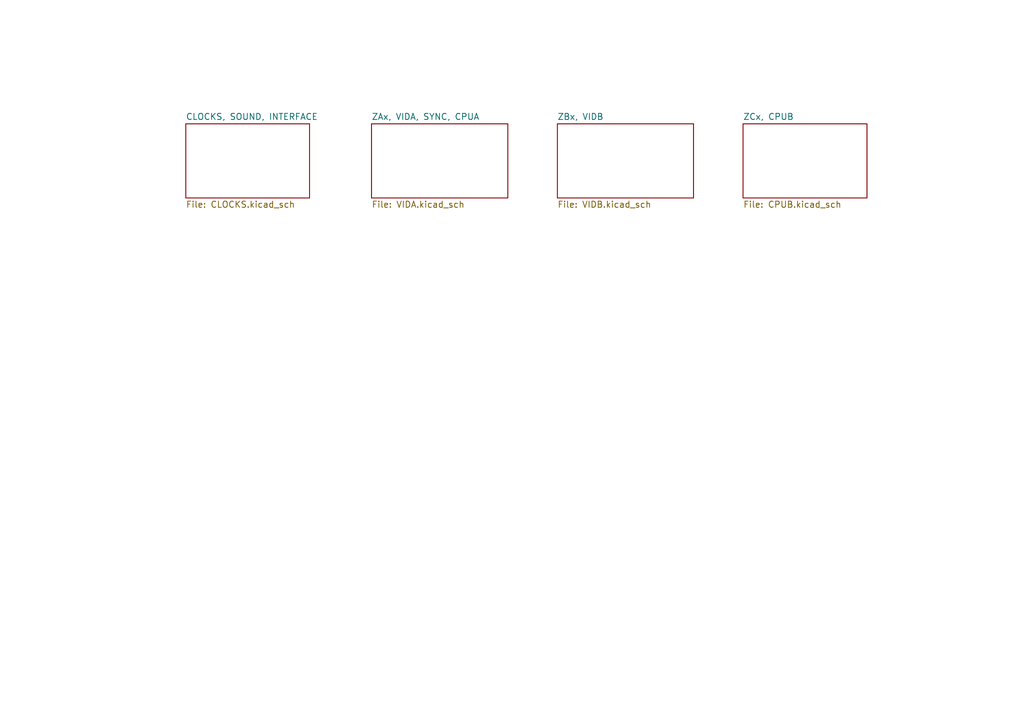
<source format=kicad_sch>
(kicad_sch (version 20211123) (generator eeschema)
  (paper "A5")
  (title_block (title "EXERION") (rev "A0") (company "JALECO EX-8315") (comment 1 "MADE IN JAPAN") (comment 2 "TRANSCRIBED BY ANTON GALE"))
  (lib_symbols)
  (sheet (at 38.1 25.4) (size 25.4 15.24) (stroke (width 0.1524))
    (property "Sheet name" "CLOCKS, SOUND, INTERFACE" (at 38.1 24.6884 0) (effects (justify left bottom)))
    (property "Sheet file" "CLOCKS.kicad_sch" (at 38.1 41.2246 0) (effects (justify left top)))
  )
  (sheet (at 152.4 25.4) (size 25.4 15.24) (stroke (width 0.1524))
    (property "Sheet name" "ZCx, CPUB" (at 152.4 24.6884 0) (effects (justify left bottom)))
    (property "Sheet file" "CPUB.kicad_sch" (at 152.4 41.2246 0) (effects (justify left top)))
  )
  (sheet (at 114.3 25.4) (size 27.94 15.24) (stroke (width 0.1524))
    (property "Sheet name" "ZBx, VIDB" (at 114.3 24.6884 0) (effects (justify left bottom)))
    (property "Sheet file" "VIDB.kicad_sch" (at 114.3 41.2246 0) (effects (justify left top)))
  )
  (sheet (at 76.2 25.4) (size 27.94 15.24) (stroke (width 0.1524))
    (property "Sheet name" "ZAx, VIDA, SYNC, CPUA" (at 76.2 24.6884 0) (effects (justify left bottom)))
    (property "Sheet file" "VIDA.kicad_sch" (at 76.2 41.2246 0) (effects (justify left top)))
  )
)
</source>
